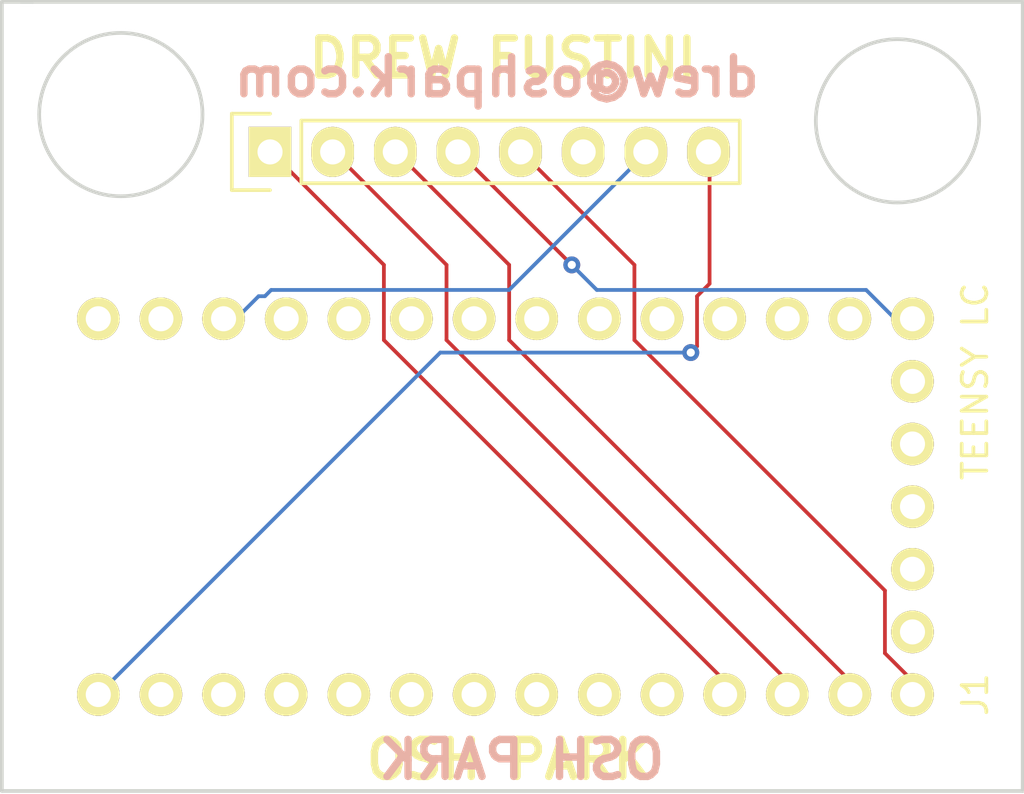
<source format=kicad_pcb>
(kicad_pcb (version 4) (host pcbnew 4.0.2-1.fc23-product)

  (general
    (links 7)
    (no_connects 0)
    (area 63.424999 93.904999 104.977001 126.059001)
    (thickness 1.6)
    (drawings 11)
    (tracks 50)
    (zones 0)
    (modules 2)
    (nets 35)
  )

  (page A4)
  (layers
    (0 F.Cu signal)
    (31 B.Cu signal)
    (32 B.Adhes user)
    (33 F.Adhes user)
    (34 B.Paste user)
    (35 F.Paste user)
    (36 B.SilkS user)
    (37 F.SilkS user)
    (38 B.Mask user)
    (39 F.Mask user)
    (40 Dwgs.User user)
    (41 Cmts.User user)
    (42 Eco1.User user)
    (43 Eco2.User user)
    (44 Edge.Cuts user)
    (45 Margin user)
    (46 B.CrtYd user)
    (47 F.CrtYd user)
    (48 B.Fab user)
    (49 F.Fab user)
  )

  (setup
    (last_trace_width 0.1524)
    (trace_clearance 0.1524)
    (zone_clearance 0.508)
    (zone_45_only no)
    (trace_min 0.1524)
    (segment_width 0.2)
    (edge_width 0.15)
    (via_size 0.6858)
    (via_drill 0.3302)
    (via_min_size 0.6858)
    (via_min_drill 0.3302)
    (uvia_size 0.3)
    (uvia_drill 0.1)
    (uvias_allowed no)
    (uvia_min_size 0)
    (uvia_min_drill 0)
    (pcb_text_width 0.3)
    (pcb_text_size 1.5 1.5)
    (mod_edge_width 0.15)
    (mod_text_size 1 1)
    (mod_text_width 0.15)
    (pad_size 1.524 1.524)
    (pad_drill 0.762)
    (pad_to_mask_clearance 0.2)
    (aux_axis_origin 0 0)
    (visible_elements FFFFF77F)
    (pcbplotparams
      (layerselection 0x00030_80000001)
      (usegerberextensions false)
      (excludeedgelayer true)
      (linewidth 0.100000)
      (plotframeref false)
      (viasonmask false)
      (mode 1)
      (useauxorigin false)
      (hpglpennumber 1)
      (hpglpenspeed 20)
      (hpglpendiameter 15)
      (hpglpenoverlay 2)
      (psnegative false)
      (psa4output false)
      (plotreference true)
      (plotvalue true)
      (plotinvisibletext false)
      (padsonsilk false)
      (subtractmaskfromsilk false)
      (outputformat 1)
      (mirror false)
      (drillshape 1)
      (scaleselection 1)
      (outputdirectory ""))
  )

  (net 0 "")
  (net 1 "Net-(J1-Pad0)")
  (net 2 "Net-(J1-Pad1)")
  (net 3 "Net-(J1-Pad2)")
  (net 4 "Net-(J1-Pad3)")
  (net 5 "Net-(J1-Pad4)")
  (net 6 "Net-(J1-Pad5)")
  (net 7 "Net-(J1-Pad6)")
  (net 8 "Net-(J1-Pad7)")
  (net 9 "Net-(J1-Pad8)")
  (net 10 "Net-(J1-Pad17A)")
  (net 11 "Net-(J1-Pad3V1)")
  (net 12 "Net-(J1-PadG2)")
  (net 13 "Net-(J1-PadPGM)")
  (net 14 "Net-(J1-PadDAC)")
  (net 15 "Net-(J1-Pad16)")
  (net 16 "Net-(J1-Pad18)")
  (net 17 "Net-(J1-Pad17)")
  (net 18 "Net-(J1-PadG3)")
  (net 19 "Net-(J1-Pad22)")
  (net 20 "Net-(J1-PadVIN)")
  (net 21 "Net-(J1-Pad21)")
  (net 22 "Net-(J1-Pad20)")
  (net 23 "Net-(J1-Pad19)")
  (net 24 "Net-(J1-Pad23)")
  (net 25 "Net-(J1-Pad14)")
  (net 26 "Net-(J1-Pad15)")
  (net 27 /OLED_GND)
  (net 28 /MOSI)
  (net 29 /CLK)
  (net 30 /DC)
  (net 31 /CS)
  (net 32 /OLED_VIN)
  (net 33 /RST)
  (net 34 "Net-(J2-Pad6)")

  (net_class Default "This is the default net class."
    (clearance 0.1524)
    (trace_width 0.1524)
    (via_dia 0.6858)
    (via_drill 0.3302)
    (uvia_dia 0.3)
    (uvia_drill 0.1)
    (add_net /CLK)
    (add_net /CS)
    (add_net /DC)
    (add_net /MOSI)
    (add_net /OLED_GND)
    (add_net /OLED_VIN)
    (add_net /RST)
    (add_net "Net-(J1-Pad0)")
    (add_net "Net-(J1-Pad1)")
    (add_net "Net-(J1-Pad14)")
    (add_net "Net-(J1-Pad15)")
    (add_net "Net-(J1-Pad16)")
    (add_net "Net-(J1-Pad17)")
    (add_net "Net-(J1-Pad17A)")
    (add_net "Net-(J1-Pad18)")
    (add_net "Net-(J1-Pad19)")
    (add_net "Net-(J1-Pad2)")
    (add_net "Net-(J1-Pad20)")
    (add_net "Net-(J1-Pad21)")
    (add_net "Net-(J1-Pad22)")
    (add_net "Net-(J1-Pad23)")
    (add_net "Net-(J1-Pad3)")
    (add_net "Net-(J1-Pad3V1)")
    (add_net "Net-(J1-Pad4)")
    (add_net "Net-(J1-Pad5)")
    (add_net "Net-(J1-Pad6)")
    (add_net "Net-(J1-Pad7)")
    (add_net "Net-(J1-Pad8)")
    (add_net "Net-(J1-PadDAC)")
    (add_net "Net-(J1-PadG2)")
    (add_net "Net-(J1-PadG3)")
    (add_net "Net-(J1-PadPGM)")
    (add_net "Net-(J1-PadVIN)")
    (add_net "Net-(J2-Pad6)")
  )

  (module Wickerlib:TEENSY-LC (layer F.Cu) (tedit 57379CE3) (tstamp 573ADE08)
    (at 77.571601 111.912399 90)
    (path /573A858B)
    (fp_text reference J1 (at -10.16 25.4 270) (layer F.SilkS)
      (effects (font (size 1 1) (thickness 0.15)))
    )
    (fp_text value TEENSY-LC (at -2.54 20.32 270) (layer F.Fab)
      (effects (font (size 1 1) (thickness 0.15)))
    )
    (fp_text user "TEENSY LC" (at 2.54 25.4 90) (layer F.SilkS)
      (effects (font (size 1 1) (thickness 0.15)))
    )
    (fp_line (start -11.43 24.13) (end 6.35 24.13) (layer F.CrtYd) (width 0.1524))
    (fp_line (start -11.43 -11.43) (end -11.43 24.13) (layer F.CrtYd) (width 0.1524))
    (fp_line (start 6.35 -11.43) (end -11.43 -11.43) (layer F.CrtYd) (width 0.1524))
    (fp_line (start 6.35 24.13) (end 6.35 -11.43) (layer F.CrtYd) (width 0.1524))
    (pad G1 thru_hole circle (at -10.16 -10.16 90) (size 1.7272 1.7272) (drill 1.016) (layers *.Cu *.Mask F.SilkS)
      (net 27 /OLED_GND))
    (pad 0 thru_hole circle (at -10.16 -7.62 90) (size 1.7272 1.7272) (drill 1.016) (layers *.Cu *.Mask F.SilkS)
      (net 1 "Net-(J1-Pad0)"))
    (pad 1 thru_hole circle (at -10.16 -5.08 90) (size 1.7272 1.7272) (drill 1.016) (layers *.Cu *.Mask F.SilkS)
      (net 2 "Net-(J1-Pad1)"))
    (pad 2 thru_hole circle (at -10.16 -2.54 90) (size 1.7272 1.7272) (drill 1.016) (layers *.Cu *.Mask F.SilkS)
      (net 3 "Net-(J1-Pad2)"))
    (pad 3 thru_hole circle (at -10.16 0 90) (size 1.7272 1.7272) (drill 1.016) (layers *.Cu *.Mask F.SilkS)
      (net 4 "Net-(J1-Pad3)"))
    (pad 4 thru_hole circle (at -10.16 2.54 90) (size 1.7272 1.7272) (drill 1.016) (layers *.Cu *.Mask F.SilkS)
      (net 5 "Net-(J1-Pad4)"))
    (pad 5 thru_hole circle (at -10.16 5.08 90) (size 1.7272 1.7272) (drill 1.016) (layers *.Cu *.Mask F.SilkS)
      (net 6 "Net-(J1-Pad5)"))
    (pad 6 thru_hole circle (at -10.16 7.62 90) (size 1.7272 1.7272) (drill 1.016) (layers *.Cu *.Mask F.SilkS)
      (net 7 "Net-(J1-Pad6)"))
    (pad 7 thru_hole circle (at -10.16 10.16 90) (size 1.7272 1.7272) (drill 1.016) (layers *.Cu *.Mask F.SilkS)
      (net 8 "Net-(J1-Pad7)"))
    (pad 8 thru_hole circle (at -10.16 12.7 90) (size 1.7272 1.7272) (drill 1.016) (layers *.Cu *.Mask F.SilkS)
      (net 9 "Net-(J1-Pad8)"))
    (pad 9 thru_hole circle (at -10.16 15.24 90) (size 1.7272 1.7272) (drill 1.016) (layers *.Cu *.Mask F.SilkS)
      (net 28 /MOSI))
    (pad 10 thru_hole circle (at -10.16 17.78 90) (size 1.7272 1.7272) (drill 1.016) (layers *.Cu *.Mask F.SilkS)
      (net 29 /CLK))
    (pad 11 thru_hole circle (at -10.16 20.32 90) (size 1.7272 1.7272) (drill 1.016) (layers *.Cu *.Mask F.SilkS)
      (net 30 /DC))
    (pad 12 thru_hole circle (at -10.16 22.86 90) (size 1.7272 1.7272) (drill 1.016) (layers *.Cu *.Mask F.SilkS)
      (net 31 /CS))
    (pad 17A thru_hole circle (at -7.62 22.86 90) (size 1.7272 1.7272) (drill 1.016) (layers *.Cu *.Mask F.SilkS)
      (net 10 "Net-(J1-Pad17A)"))
    (pad 3V1 thru_hole circle (at -5.08 22.86 90) (size 1.7272 1.7272) (drill 1.016) (layers *.Cu *.Mask F.SilkS)
      (net 11 "Net-(J1-Pad3V1)"))
    (pad G2 thru_hole circle (at -2.54 22.86 90) (size 1.7272 1.7272) (drill 1.016) (layers *.Cu *.Mask F.SilkS)
      (net 12 "Net-(J1-PadG2)"))
    (pad PGM thru_hole circle (at 0 22.86 90) (size 1.7272 1.7272) (drill 1.016) (layers *.Cu *.Mask F.SilkS)
      (net 13 "Net-(J1-PadPGM)"))
    (pad DAC thru_hole circle (at 2.54 22.86 90) (size 1.7272 1.7272) (drill 1.016) (layers *.Cu *.Mask F.SilkS)
      (net 14 "Net-(J1-PadDAC)"))
    (pad 13 thru_hole circle (at 5.08 22.86 90) (size 1.7272 1.7272) (drill 1.016) (layers *.Cu *.Mask F.SilkS)
      (net 33 /RST))
    (pad 16 thru_hole circle (at 5.08 15.24 90) (size 1.7272 1.7272) (drill 1.016) (layers *.Cu *.Mask F.SilkS)
      (net 15 "Net-(J1-Pad16)"))
    (pad 3V2 thru_hole circle (at 5.08 -5.08 90) (size 1.7272 1.7272) (drill 1.016) (layers *.Cu *.Mask F.SilkS)
      (net 32 /OLED_VIN))
    (pad 18 thru_hole circle (at 5.08 10.16 90) (size 1.7272 1.7272) (drill 1.016) (layers *.Cu *.Mask F.SilkS)
      (net 16 "Net-(J1-Pad18)"))
    (pad 17 thru_hole circle (at 5.08 12.7 90) (size 1.7272 1.7272) (drill 1.016) (layers *.Cu *.Mask F.SilkS)
      (net 17 "Net-(J1-Pad17)"))
    (pad G3 thru_hole circle (at 5.08 -7.62 90) (size 1.7272 1.7272) (drill 1.016) (layers *.Cu *.Mask F.SilkS)
      (net 18 "Net-(J1-PadG3)"))
    (pad 22 thru_hole circle (at 5.08 0 90) (size 1.7272 1.7272) (drill 1.016) (layers *.Cu *.Mask F.SilkS)
      (net 19 "Net-(J1-Pad22)"))
    (pad VIN thru_hole circle (at 5.08 -10.16 90) (size 1.7272 1.7272) (drill 1.016) (layers *.Cu *.Mask F.SilkS)
      (net 20 "Net-(J1-PadVIN)"))
    (pad 21 thru_hole circle (at 5.08 2.54 90) (size 1.7272 1.7272) (drill 1.016) (layers *.Cu *.Mask F.SilkS)
      (net 21 "Net-(J1-Pad21)"))
    (pad 20 thru_hole circle (at 5.08 5.08 90) (size 1.7272 1.7272) (drill 1.016) (layers *.Cu *.Mask F.SilkS)
      (net 22 "Net-(J1-Pad20)"))
    (pad 19 thru_hole circle (at 5.08 7.62 90) (size 1.7272 1.7272) (drill 1.016) (layers *.Cu *.Mask F.SilkS)
      (net 23 "Net-(J1-Pad19)"))
    (pad 23 thru_hole circle (at 5.08 -2.54 90) (size 1.7272 1.7272) (drill 1.016) (layers *.Cu *.Mask F.SilkS)
      (net 24 "Net-(J1-Pad23)"))
    (pad 14 thru_hole circle (at 5.08 20.32 90) (size 1.7272 1.7272) (drill 1.016) (layers *.Cu *.Mask F.SilkS)
      (net 25 "Net-(J1-Pad14)"))
    (pad 15 thru_hole circle (at 5.08 17.78 90) (size 1.7272 1.7272) (drill 1.016) (layers *.Cu *.Mask F.SilkS)
      (net 26 "Net-(J1-Pad15)"))
  )

  (module Wickerlib:Pin_Header_Straight_1x08 (layer F.Cu) (tedit 573ADF24) (tstamp 573ADE14)
    (at 74.3764 100.065981 90)
    (descr "Through hole pin header")
    (tags "pin header")
    (path /573AD5FE)
    (fp_text reference "" (at 0 -5.1 90) (layer F.SilkS)
      (effects (font (size 1 1) (thickness 0.15)))
    )
    (fp_text value OLED_128x64 (at -4.074019 -3.2564 180) (layer F.Fab)
      (effects (font (size 1 1) (thickness 0.15)))
    )
    (fp_line (start -1.75 -1.75) (end -1.75 19.55) (layer F.CrtYd) (width 0.05))
    (fp_line (start 1.75 -1.75) (end 1.75 19.55) (layer F.CrtYd) (width 0.05))
    (fp_line (start -1.75 -1.75) (end 1.75 -1.75) (layer F.CrtYd) (width 0.05))
    (fp_line (start -1.75 19.55) (end 1.75 19.55) (layer F.CrtYd) (width 0.05))
    (fp_line (start 1.27 1.27) (end 1.27 19.05) (layer F.SilkS) (width 0.15))
    (fp_line (start 1.27 19.05) (end -1.27 19.05) (layer F.SilkS) (width 0.15))
    (fp_line (start -1.27 19.05) (end -1.27 1.27) (layer F.SilkS) (width 0.15))
    (fp_line (start 1.55 -1.55) (end 1.55 0) (layer F.SilkS) (width 0.15))
    (fp_line (start 1.27 1.27) (end -1.27 1.27) (layer F.SilkS) (width 0.15))
    (fp_line (start -1.55 0) (end -1.55 -1.55) (layer F.SilkS) (width 0.15))
    (fp_line (start -1.55 -1.55) (end 1.55 -1.55) (layer F.SilkS) (width 0.15))
    (pad 1 thru_hole rect (at 0 0 90) (size 2.032 1.7272) (drill 1.016) (layers *.Cu *.Mask F.SilkS)
      (net 28 /MOSI))
    (pad 2 thru_hole oval (at 0 2.54 90) (size 2.032 1.7272) (drill 1.016) (layers *.Cu *.Mask F.SilkS)
      (net 29 /CLK))
    (pad 3 thru_hole oval (at 0 5.08 90) (size 2.032 1.7272) (drill 1.016) (layers *.Cu *.Mask F.SilkS)
      (net 30 /DC))
    (pad 4 thru_hole oval (at 0 7.62 90) (size 2.032 1.7272) (drill 1.016) (layers *.Cu *.Mask F.SilkS)
      (net 33 /RST))
    (pad 5 thru_hole oval (at 0 10.16 90) (size 2.032 1.7272) (drill 1.016) (layers *.Cu *.Mask F.SilkS)
      (net 31 /CS))
    (pad 6 thru_hole oval (at 0 12.7 90) (size 2.032 1.7272) (drill 1.016) (layers *.Cu *.Mask F.SilkS)
      (net 34 "Net-(J2-Pad6)"))
    (pad 7 thru_hole oval (at 0 15.24 90) (size 2.032 1.7272) (drill 1.016) (layers *.Cu *.Mask F.SilkS)
      (net 32 /OLED_VIN))
    (pad 8 thru_hole oval (at 0 17.78 90) (size 2.032 1.7272) (drill 1.016) (layers *.Cu *.Mask F.SilkS)
      (net 27 /OLED_GND))
    (model Pin_Headers.3dshapes/Pin_Header_Straight_1x08.wrl
      (at (xyz 0 -0.35 0))
      (scale (xyz 1 1 1))
      (rotate (xyz 0 0 90))
    )
  )

  (gr_text "OSH PARK" (at 84.074 124.714) (layer F.SilkS)
    (effects (font (size 1.5 1.5) (thickness 0.3)))
  )
  (gr_text "OSH PARK" (at 84.582 124.714) (layer B.SilkS)
    (effects (font (size 1.5 1.5) (thickness 0.3)) (justify mirror))
  )
  (gr_text drew@oshpark.com (at 83.566 97.028) (layer B.SilkS)
    (effects (font (size 1.5 1.5) (thickness 0.3)) (justify mirror))
  )
  (gr_text "DREW FUSTINI" (at 83.82 96.266) (layer F.SilkS)
    (effects (font (size 1.5 1.5) (thickness 0.3)))
  )
  (gr_circle (center 68.326 98.552) (end 65.532 96.774) (layer Edge.Cuts) (width 0.15) (tstamp 573AE0F9))
  (gr_circle (center 99.822 98.806) (end 97.028 97.028) (layer Edge.Cuts) (width 0.15))
  (gr_line (start 63.5 93.98) (end 64.77 93.98) (angle 90) (layer Edge.Cuts) (width 0.15))
  (gr_line (start 63.5 125.984) (end 63.5 93.98) (angle 90) (layer Edge.Cuts) (width 0.15))
  (gr_line (start 104.902 125.984) (end 63.5 125.984) (angle 90) (layer Edge.Cuts) (width 0.15))
  (gr_line (start 104.902 93.98) (end 104.902 125.984) (angle 90) (layer Edge.Cuts) (width 0.15))
  (gr_line (start 64.262 93.98) (end 104.902 93.98) (angle 90) (layer Edge.Cuts) (width 0.15))

  (segment (start 67.411601 122.072399) (end 81.28 108.204) (width 0.1524) (layer B.Cu) (net 27) (status 80000))
  (segment (start 81.28 108.204) (end 91.44 108.204) (width 0.1524) (layer B.Cu) (net 27) (status 80000))
  (via (at 91.44 108.204) (size 0.6858) (layers F.Cu B.Cu) (net 27) (status 80000))
  (segment (start 91.44 108.204) (end 91.694 107.95) (width 0.1524) (layer F.Cu) (net 27) (status 80000))
  (segment (start 91.694 107.95) (end 91.694 105.918) (width 0.1524) (layer F.Cu) (net 27) (status 80000))
  (segment (start 91.694 105.918) (end 92.202 105.41) (width 0.1524) (layer F.Cu) (net 27) (status 80000))
  (segment (start 92.202 105.41) (end 92.202 100.076) (width 0.1524) (layer F.Cu) (net 27) (status 80000))
  (segment (start 92.202 100.076) (end 92.1564 100.065981) (width 0.1524) (layer F.Cu) (net 27) (tstamp 573ADE9E) (status 80000))
  (segment (start 74.3764 100.065981) (end 74.422 100.076) (width 0.1524) (layer F.Cu) (net 28) (status 80000))
  (segment (start 74.422 100.076) (end 78.994 104.648) (width 0.1524) (layer F.Cu) (net 28) (status 80000))
  (segment (start 78.994 104.648) (end 78.994 107.696) (width 0.1524) (layer F.Cu) (net 28) (status 80000))
  (segment (start 78.994 107.696) (end 92.71 121.412) (width 0.1524) (layer F.Cu) (net 28) (status 80000))
  (segment (start 92.71 121.412) (end 92.71 122.174) (width 0.1524) (layer F.Cu) (net 28) (status 80000))
  (segment (start 92.71 122.174) (end 92.811601 122.072399) (width 0.1524) (layer F.Cu) (net 28) (tstamp 573ADE9B) (status 80000))
  (segment (start 76.9164 100.065981) (end 76.962 100.076) (width 0.1524) (layer F.Cu) (net 29) (status 80000))
  (segment (start 76.962 100.076) (end 81.534 104.648) (width 0.1524) (layer F.Cu) (net 29) (status 80000))
  (segment (start 81.534 104.648) (end 81.534 107.696) (width 0.1524) (layer F.Cu) (net 29) (status 80000))
  (segment (start 81.534 107.696) (end 95.25 121.412) (width 0.1524) (layer F.Cu) (net 29) (status 80000))
  (segment (start 95.25 121.412) (end 95.25 122.174) (width 0.1524) (layer F.Cu) (net 29) (status 80000))
  (segment (start 95.25 122.174) (end 95.351601 122.072399) (width 0.1524) (layer F.Cu) (net 29) (tstamp 573ADE9C) (status 80000))
  (segment (start 79.4564 100.065981) (end 79.502 100.076) (width 0.1524) (layer F.Cu) (net 30) (status 80000))
  (segment (start 79.502 100.076) (end 84.074 104.648) (width 0.1524) (layer F.Cu) (net 30) (status 80000))
  (segment (start 84.074 104.648) (end 84.074 107.696) (width 0.1524) (layer F.Cu) (net 30) (status 80000))
  (segment (start 84.074 107.696) (end 97.79 121.412) (width 0.1524) (layer F.Cu) (net 30) (status 80000))
  (segment (start 97.79 121.412) (end 97.79 122.174) (width 0.1524) (layer F.Cu) (net 30) (status 80000))
  (segment (start 97.79 122.174) (end 97.891601 122.072399) (width 0.1524) (layer F.Cu) (net 30) (tstamp 573ADE9D) (status 80000))
  (segment (start 84.5364 100.065981) (end 84.582 100.076) (width 0.1524) (layer F.Cu) (net 31) (status 80000))
  (segment (start 84.582 100.076) (end 89.154 104.648) (width 0.1524) (layer F.Cu) (net 31) (status 80000))
  (segment (start 89.154 104.648) (end 89.154 107.696) (width 0.1524) (layer F.Cu) (net 31) (status 80000))
  (segment (start 89.154 107.696) (end 99.314 117.856) (width 0.1524) (layer F.Cu) (net 31) (status 80000))
  (segment (start 99.314 117.856) (end 99.314 120.396) (width 0.1524) (layer F.Cu) (net 31) (status 80000))
  (segment (start 99.314 120.396) (end 100.33 121.412) (width 0.1524) (layer F.Cu) (net 31) (status 80000))
  (segment (start 100.33 121.412) (end 100.33 122.174) (width 0.1524) (layer F.Cu) (net 31) (status 80000))
  (segment (start 100.33 122.174) (end 100.431601 122.072399) (width 0.1524) (layer F.Cu) (net 31) (tstamp 573ADE9A) (status 80000))
  (segment (start 89.6164 100.065981) (end 89.662 100.076) (width 0.1524) (layer B.Cu) (net 32) (status 80000))
  (segment (start 89.662 100.076) (end 84.074 105.664) (width 0.1524) (layer B.Cu) (net 32) (status 80000))
  (segment (start 84.074 105.664) (end 74.422 105.664) (width 0.1524) (layer B.Cu) (net 32) (status 80000))
  (segment (start 74.422 105.664) (end 74.168 105.918) (width 0.1524) (layer B.Cu) (net 32) (status 80000))
  (segment (start 74.168 105.918) (end 73.914 105.918) (width 0.1524) (layer B.Cu) (net 32) (status 80000))
  (segment (start 73.914 105.918) (end 72.898 106.934) (width 0.1524) (layer B.Cu) (net 32) (status 80000))
  (segment (start 72.898 106.934) (end 72.39 106.934) (width 0.1524) (layer B.Cu) (net 32) (status 80000))
  (segment (start 72.39 106.934) (end 72.491601 106.832399) (width 0.1524) (layer B.Cu) (net 32) (tstamp 573ADE98) (status 80000))
  (segment (start 81.9964 100.065981) (end 82.042 100.076) (width 0.1524) (layer F.Cu) (net 33) (status 80000))
  (segment (start 82.042 100.076) (end 86.614 104.648) (width 0.1524) (layer F.Cu) (net 33) (status 80000))
  (via (at 86.614 104.648) (size 0.6858) (layers F.Cu B.Cu) (net 33) (status 80000))
  (segment (start 86.614 104.648) (end 87.63 105.664) (width 0.1524) (layer B.Cu) (net 33) (status 80000))
  (segment (start 87.63 105.664) (end 98.552 105.664) (width 0.1524) (layer B.Cu) (net 33) (status 80000))
  (segment (start 98.552 105.664) (end 99.822 106.934) (width 0.1524) (layer B.Cu) (net 33) (status 80000))
  (segment (start 99.822 106.934) (end 100.33 106.934) (width 0.1524) (layer B.Cu) (net 33) (status 80000))
  (segment (start 100.33 106.934) (end 100.431601 106.832399) (width 0.1524) (layer B.Cu) (net 33) (tstamp 573ADE99) (status 80000))

)

</source>
